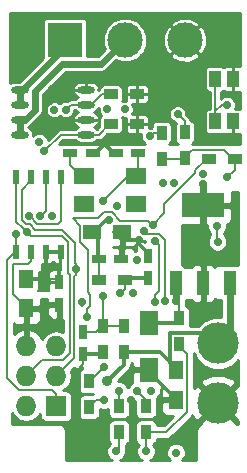
<source format=gbl>
G04 #@! TF.FileFunction,Copper,L4,Bot,Signal*
%FSLAX46Y46*%
G04 Gerber Fmt 4.6, Leading zero omitted, Abs format (unit mm)*
G04 Created by KiCad (PCBNEW 4.0.1-stable) date Monday, February 15, 2016 'PMt' 09:43:10 PM*
%MOMM*%
G01*
G04 APERTURE LIST*
%ADD10C,0.100000*%
%ADD11C,3.500120*%
%ADD12R,0.508000X1.143000*%
%ADD13R,1.200000X0.750000*%
%ADD14R,1.600000X2.000000*%
%ADD15R,0.900000X1.200000*%
%ADD16R,3.657600X2.032000*%
%ADD17R,1.016000X2.032000*%
%ADD18R,2.999740X2.999740*%
%ADD19C,2.999740*%
%ADD20O,1.473200X0.609600*%
%ADD21R,1.200000X0.900000*%
%ADD22R,1.050000X1.400000*%
%ADD23R,0.750000X1.200000*%
%ADD24R,1.800860X1.399540*%
%ADD25R,1.727200X1.727200*%
%ADD26O,1.727200X1.727200*%
%ADD27R,1.500000X1.250000*%
%ADD28R,1.250000X1.500000*%
%ADD29C,0.700000*%
%ADD30C,0.870000*%
%ADD31C,0.300000*%
%ADD32C,0.200000*%
%ADD33C,0.600000*%
%ADD34C,0.254000*%
%ADD35C,0.250000*%
G04 APERTURE END LIST*
D10*
D11*
X134366000Y-93726000D03*
X134366000Y-98806000D03*
D12*
X117284500Y-85979000D03*
X118554500Y-85979000D03*
X119824500Y-85979000D03*
X121094500Y-85979000D03*
X121094500Y-79629000D03*
X119824500Y-79629000D03*
X118554500Y-79629000D03*
X117284500Y-79629000D03*
D13*
X125730000Y-77597000D03*
X127630000Y-77597000D03*
X123759000Y-77597000D03*
X121859000Y-77597000D03*
D14*
X128524000Y-91980000D03*
X128524000Y-95980000D03*
D15*
X128270000Y-101260000D03*
X128270000Y-99060000D03*
X125984000Y-101260000D03*
X125984000Y-99060000D03*
X131064000Y-93810000D03*
X131064000Y-91610000D03*
D16*
X133096000Y-82042000D03*
D17*
X133096000Y-88646000D03*
X130810000Y-88646000D03*
X135382000Y-88646000D03*
D18*
X121412000Y-68072000D03*
D19*
X126492000Y-68072000D03*
X131572000Y-68072000D03*
D20*
X123190000Y-72263000D03*
X123190000Y-73533000D03*
X123190000Y-74803000D03*
X123190000Y-76073000D03*
X117602000Y-76073000D03*
X117602000Y-74803000D03*
X117602000Y-73533000D03*
X117602000Y-72263000D03*
D21*
X127508000Y-72644000D03*
X125308000Y-72644000D03*
X127508000Y-75184000D03*
X125308000Y-75184000D03*
D15*
X129603500Y-75905000D03*
X129603500Y-78105000D03*
X131572000Y-75882500D03*
X131572000Y-78082500D03*
D22*
X134149000Y-74952000D03*
X134149000Y-71352000D03*
X135599000Y-74952000D03*
X135599000Y-71352000D03*
D23*
X128397000Y-86299000D03*
X128397000Y-88199000D03*
D21*
X124249000Y-88392000D03*
X126449000Y-88392000D03*
D24*
X123022360Y-79573120D03*
X127421640Y-79573120D03*
X127421640Y-81970880D03*
X123022360Y-81970880D03*
D21*
X133563000Y-78105000D03*
X135763000Y-78105000D03*
D15*
X123444000Y-96944000D03*
X123444000Y-99144000D03*
D25*
X120650000Y-99060000D03*
D26*
X118110000Y-99060000D03*
X120650000Y-96520000D03*
X118110000Y-96520000D03*
X120650000Y-93980000D03*
X118110000Y-93980000D03*
D27*
X123738000Y-84328000D03*
X126238000Y-84328000D03*
D28*
X118110000Y-88285000D03*
X118110000Y-90785000D03*
D13*
X124272000Y-86614000D03*
X126172000Y-86614000D03*
D23*
X120904000Y-88582500D03*
X120904000Y-90482500D03*
D28*
X130810000Y-96032000D03*
X130810000Y-98532000D03*
D23*
X122936000Y-92776000D03*
X122936000Y-94676000D03*
D15*
X126365000Y-94445000D03*
X126365000Y-92245000D03*
X124587000Y-92245000D03*
X124587000Y-94445000D03*
D29*
X133096000Y-82042000D03*
X122863621Y-90227048D03*
X125835352Y-76432418D03*
X127658877Y-85003515D03*
X134302500Y-76517500D03*
X131953000Y-85344000D03*
X133096000Y-80264000D03*
D30*
X123190000Y-102425500D03*
D29*
X127000000Y-98552000D03*
X125730000Y-102870000D03*
X128270000Y-102870000D03*
X124606919Y-81721775D03*
X123022360Y-79573120D03*
X135128000Y-79692500D03*
X125107773Y-83305582D03*
X118110000Y-88285000D03*
X119231507Y-76665014D03*
X133096000Y-79363997D03*
X134323002Y-85140009D03*
X134288378Y-83805369D03*
X130810000Y-90170000D03*
X129674137Y-80191118D03*
X125984000Y-97790000D03*
X120509661Y-73972773D03*
X120283739Y-82986390D03*
X125843717Y-82072420D03*
X135128000Y-73533000D03*
X124972209Y-73907800D03*
X127202229Y-89486612D03*
X127471998Y-86719998D03*
X126492000Y-73914000D03*
X130601999Y-80170155D03*
X127508000Y-97790000D03*
X118403780Y-82975135D03*
X118196027Y-84335750D03*
X117294191Y-84490279D03*
X122302808Y-87469595D03*
D30*
X124998250Y-96940462D03*
D29*
X121475756Y-73958354D03*
X119634000Y-77470000D03*
X128583381Y-76207274D03*
X128994579Y-90205134D03*
X129032000Y-85090000D03*
X130952147Y-74314698D03*
X128100559Y-84219334D03*
X129894021Y-90173131D03*
X126103481Y-89465246D03*
X124714000Y-95758000D03*
X119327437Y-82986399D03*
X123234049Y-91524188D03*
X128826402Y-83687193D03*
X128677466Y-97739310D03*
X130810000Y-102997000D03*
X124714000Y-98552000D03*
X124645392Y-89714760D03*
D31*
X133096000Y-88646000D02*
X133096000Y-86487000D01*
X133096000Y-86487000D02*
X131953000Y-85344000D01*
D32*
X122936000Y-94676000D02*
X122936000Y-95476000D01*
X122936000Y-95476000D02*
X122693999Y-95718001D01*
X122755001Y-101990501D02*
X123190000Y-102425500D01*
X122693999Y-95718001D02*
X122693999Y-101929499D01*
X122693999Y-101929499D02*
X122755001Y-101990501D01*
X118554500Y-85979000D02*
X118554500Y-86750500D01*
X118554500Y-86750500D02*
X118310000Y-86995000D01*
X118310000Y-86995000D02*
X116967000Y-86995000D01*
X116967000Y-86995000D02*
X116967000Y-89517000D01*
X116967000Y-89517000D02*
X118110000Y-90660000D01*
X118110000Y-90660000D02*
X118110000Y-90785000D01*
D31*
X122936000Y-94676000D02*
X124356000Y-94676000D01*
X124356000Y-94676000D02*
X124587000Y-94445000D01*
X128524000Y-95980000D02*
X128524000Y-96180000D01*
X128524000Y-96180000D02*
X130810000Y-98466000D01*
X130810000Y-98466000D02*
X130810000Y-98532000D01*
X130810000Y-98532000D02*
X130810000Y-98407000D01*
X125459808Y-76807962D02*
X125485353Y-76782417D01*
X124758941Y-76807962D02*
X125459808Y-76807962D01*
X125485353Y-76782417D02*
X125835352Y-76432418D01*
X125730000Y-77597000D02*
X125505000Y-77597000D01*
X124758941Y-76850941D02*
X124758941Y-76807962D01*
X123759000Y-77597000D02*
X123984000Y-77597000D01*
X124758941Y-76822059D02*
X124758941Y-76807962D01*
X125505000Y-77597000D02*
X124758941Y-76850941D01*
X123984000Y-77597000D02*
X124758941Y-76822059D01*
X127658877Y-85335877D02*
X127658877Y-85003515D01*
X125583000Y-84328000D02*
X126258515Y-85003515D01*
X128397000Y-86299000D02*
X128397000Y-86074000D01*
X127163903Y-85003515D02*
X127658877Y-85003515D01*
X126258515Y-85003515D02*
X127163903Y-85003515D01*
X128397000Y-86074000D02*
X127658877Y-85335877D01*
D33*
X133096000Y-82042000D02*
X133096000Y-80264000D01*
X133096000Y-82042000D02*
X133096000Y-84201000D01*
D32*
X125984000Y-101260000D02*
X125984000Y-102616000D01*
X125984000Y-102616000D02*
X125730000Y-102870000D01*
X131064000Y-93810000D02*
X131064000Y-93960000D01*
X131064000Y-93960000D02*
X131735001Y-94631001D01*
X131735001Y-94631001D02*
X131735001Y-99522001D01*
X131735001Y-99522001D02*
X129997002Y-101260000D01*
X129997002Y-101260000D02*
X128920000Y-101260000D01*
X128920000Y-101260000D02*
X128270000Y-101260000D01*
D31*
X130810000Y-93640000D02*
X130810000Y-93790000D01*
D32*
X128270000Y-102870000D02*
X128270000Y-101260000D01*
X124606919Y-81721775D02*
X126755574Y-79573120D01*
X126755574Y-79573120D02*
X127421640Y-79573120D01*
X127630000Y-77597000D02*
X127630000Y-79364760D01*
X127630000Y-79364760D02*
X127421640Y-79573120D01*
X121859000Y-77597000D02*
X121859000Y-78610420D01*
X121859000Y-78610420D02*
X122821700Y-79573120D01*
X122821700Y-79573120D02*
X123022360Y-79573120D01*
X129603500Y-78105000D02*
X131549500Y-78105000D01*
X131549500Y-78105000D02*
X131572000Y-78082500D01*
X131572000Y-78082500D02*
X131572000Y-77932500D01*
X131572000Y-77932500D02*
X132149501Y-77354999D01*
X134862999Y-77354999D02*
X135613000Y-78105000D01*
X132149501Y-77354999D02*
X134862999Y-77354999D01*
X135613000Y-78105000D02*
X135763000Y-78105000D01*
X135763000Y-78105000D02*
X135763000Y-79057500D01*
X135763000Y-79057500D02*
X135128000Y-79692500D01*
D31*
X123738000Y-84328000D02*
X123863000Y-84328000D01*
X123863000Y-84328000D02*
X124885418Y-83305582D01*
X124885418Y-83305582D02*
X125107773Y-83305582D01*
D32*
X118110000Y-88285000D02*
X120606500Y-88285000D01*
X120606500Y-88285000D02*
X120904000Y-88582500D01*
X124249000Y-88392000D02*
X124249000Y-86637000D01*
X124249000Y-86637000D02*
X124272000Y-86614000D01*
D31*
X128524000Y-91980000D02*
X130694000Y-91980000D01*
X130694000Y-91980000D02*
X131064000Y-91610000D01*
D32*
X131064000Y-91610000D02*
X131064000Y-90424000D01*
X131064000Y-90424000D02*
X130810000Y-90170000D01*
D31*
X123738000Y-84328000D02*
X124229614Y-84819614D01*
X124229614Y-84819614D02*
X124229614Y-86571614D01*
X124229614Y-86571614D02*
X124272000Y-86614000D01*
D32*
X119824500Y-86296500D02*
X119824500Y-85979000D01*
X134288378Y-83805369D02*
X134288378Y-85105385D01*
X134288378Y-85105385D02*
X134323002Y-85140009D01*
D33*
X130810000Y-88646000D02*
X130810000Y-90170000D01*
D32*
X125984000Y-99060000D02*
X125984000Y-97790000D01*
X134149000Y-74952000D02*
X134149000Y-74052000D01*
X134149000Y-74052000D02*
X134668000Y-73533000D01*
X134668000Y-73533000D02*
X135128000Y-73533000D01*
X134149000Y-71352000D02*
X134149000Y-74952000D01*
X128270000Y-99060000D02*
X128270000Y-98552000D01*
X128270000Y-98552000D02*
X127508000Y-97790000D01*
X128270000Y-99060000D02*
X128270000Y-99210000D01*
X121094500Y-79629000D02*
X121094500Y-83393783D01*
X121094500Y-83393783D02*
X120851883Y-83636400D01*
X118753779Y-83325134D02*
X118403780Y-82975135D01*
X120851883Y-83636400D02*
X119015436Y-83636400D01*
X119015436Y-83636400D02*
X118753779Y-83374743D01*
X118753779Y-83374743D02*
X118753779Y-83325134D01*
X118110000Y-96520000D02*
X119486399Y-95143601D01*
X119486399Y-95143601D02*
X121208529Y-95143601D01*
X121208529Y-95143601D02*
X121813601Y-94538529D01*
X121813601Y-94538529D02*
X121813601Y-87942390D01*
X121813601Y-87942390D02*
X121652807Y-87781596D01*
X121652807Y-87781596D02*
X121652807Y-85171805D01*
X121652807Y-85171805D02*
X121166751Y-84685749D01*
X121166751Y-84685749D02*
X118546026Y-84685749D01*
X118546026Y-84685749D02*
X118196027Y-84335750D01*
X117284500Y-83424223D02*
X117846028Y-83985751D01*
X117846028Y-83985751D02*
X118196027Y-84335750D01*
X117284500Y-79629000D02*
X117284500Y-83424223D01*
X120650000Y-99060000D02*
X120650000Y-97996400D01*
X120650000Y-97996400D02*
X120337201Y-97683601D01*
X120337201Y-97683601D02*
X117551471Y-97683601D01*
X117551471Y-97683601D02*
X116506854Y-96638984D01*
X116506854Y-96638984D02*
X116506854Y-86689144D01*
X116506854Y-86689144D02*
X117216998Y-85979000D01*
X117216998Y-85979000D02*
X117284500Y-85979000D01*
X117284500Y-85979000D02*
X117284500Y-84499970D01*
X117284500Y-84499970D02*
X117294191Y-84490279D01*
X122302808Y-86974621D02*
X122302808Y-87469595D01*
X117753778Y-83287137D02*
X118131337Y-83664696D01*
X117753778Y-80747222D02*
X117753778Y-83287137D01*
X118131337Y-83664696D02*
X118444240Y-83664696D01*
X118444240Y-83664696D02*
X118894804Y-84115260D01*
X118554500Y-79946500D02*
X117753778Y-80747222D01*
X118554500Y-79629000D02*
X118554500Y-79946500D01*
X118894804Y-84115260D02*
X121183911Y-84115260D01*
X121183911Y-84115260D02*
X122287988Y-85219337D01*
X122287988Y-86959801D02*
X122302808Y-86974621D01*
X122287988Y-85219337D02*
X122287988Y-86959801D01*
X120650000Y-96520000D02*
X122213611Y-94956389D01*
X122213611Y-94956389D02*
X122213611Y-88053766D01*
X122213611Y-88053766D02*
X122302808Y-87964569D01*
X122302808Y-87964569D02*
X122302808Y-87469595D01*
D31*
X130810000Y-96032000D02*
X130810000Y-95907000D01*
X130263999Y-92929999D02*
X130333999Y-92859999D01*
X130810000Y-95907000D02*
X130263999Y-95360999D01*
X130263999Y-95360999D02*
X130263999Y-92929999D01*
X130333999Y-92859999D02*
X133499999Y-92859999D01*
X133499999Y-92859999D02*
X134366000Y-93726000D01*
D33*
X135382000Y-88646000D02*
X135382000Y-92710000D01*
X135382000Y-92710000D02*
X134366000Y-93726000D01*
D31*
X130810000Y-96032000D02*
X130810000Y-95835998D01*
X130810000Y-95835998D02*
X129419002Y-94445000D01*
X129419002Y-94445000D02*
X127115000Y-94445000D01*
X127115000Y-94445000D02*
X126365000Y-94445000D01*
X126365000Y-95345000D02*
X126365000Y-95573712D01*
X126365000Y-95573712D02*
X124998250Y-96940462D01*
X126365000Y-94445000D02*
X126365000Y-95345000D01*
D33*
X117602000Y-72263000D02*
X117763848Y-72263000D01*
X117763848Y-72263000D02*
X121412000Y-68614848D01*
X121412000Y-68614848D02*
X121412000Y-68072000D01*
X117602000Y-73533000D02*
X117602000Y-72263000D01*
X117602000Y-74803000D02*
X118021205Y-74803000D01*
X118872000Y-73952205D02*
X118872000Y-72390000D01*
X118872000Y-72390000D02*
X121190129Y-70071871D01*
X118021205Y-74803000D02*
X118872000Y-73952205D01*
X124492129Y-70071871D02*
X126492000Y-68072000D01*
X121190129Y-70071871D02*
X124492129Y-70071871D01*
X117602000Y-76073000D02*
X117602000Y-74803000D01*
D32*
X121901110Y-73533000D02*
X121825755Y-73608355D01*
X123190000Y-73533000D02*
X121901110Y-73533000D01*
X121825755Y-73608355D02*
X121475756Y-73958354D01*
X125308000Y-72644000D02*
X124508000Y-72644000D01*
X124508000Y-72644000D02*
X123619000Y-73533000D01*
X123619000Y-73533000D02*
X123190000Y-73533000D01*
X125308000Y-75184000D02*
X125158000Y-75184000D01*
X125158000Y-75184000D02*
X124269000Y-76073000D01*
X124269000Y-76073000D02*
X124126600Y-76073000D01*
X124126600Y-76073000D02*
X123190000Y-76073000D01*
X123190000Y-76073000D02*
X121031000Y-76073000D01*
X121031000Y-76073000D02*
X119634000Y-77470000D01*
X129603500Y-75905000D02*
X128882500Y-75905000D01*
X128882500Y-75905000D02*
X128524000Y-76263500D01*
X129381999Y-89273430D02*
X128994579Y-89660850D01*
X129032000Y-85090000D02*
X129381999Y-85439999D01*
X128994579Y-89660850D02*
X128994579Y-89710160D01*
X129381999Y-85439999D02*
X129381999Y-89273430D01*
X128994579Y-89710160D02*
X128994579Y-90205134D01*
X131572000Y-75882500D02*
X131572000Y-74934551D01*
X131572000Y-74934551D02*
X130952147Y-74314698D01*
X129344001Y-84439999D02*
X129894021Y-84990019D01*
X128321224Y-84439999D02*
X129344001Y-84439999D01*
X129894021Y-84990019D02*
X129894021Y-89678157D01*
X129894021Y-89678157D02*
X129894021Y-90173131D01*
X128100559Y-84219334D02*
X128321224Y-84439999D01*
X126449000Y-88392000D02*
X126449000Y-89119727D01*
X126449000Y-89119727D02*
X126103481Y-89465246D01*
D31*
X128397000Y-88199000D02*
X126642000Y-88199000D01*
X126642000Y-88199000D02*
X126449000Y-88392000D01*
D32*
X123444000Y-96944000D02*
X123528000Y-96944000D01*
X123528000Y-96944000D02*
X124714000Y-95758000D01*
X119824500Y-82489336D02*
X119677436Y-82636400D01*
X119824500Y-79629000D02*
X119824500Y-82489336D01*
X119677436Y-82636400D02*
X119327437Y-82986399D01*
X133413000Y-78105000D02*
X133563000Y-78105000D01*
X129787989Y-82725606D02*
X129787989Y-81965209D01*
X128826402Y-83687193D02*
X129787989Y-82725606D01*
X129787989Y-81965209D02*
X132445999Y-79307199D01*
X132445999Y-79072001D02*
X133413000Y-78105000D01*
X132445999Y-79307199D02*
X132445999Y-79072001D01*
X126101389Y-83337194D02*
X128476403Y-83337194D01*
X123234049Y-90818622D02*
X123513622Y-90539049D01*
X122687999Y-85193001D02*
X122687999Y-83776721D01*
X124714847Y-82655580D02*
X125419775Y-82655580D01*
X123315696Y-85820698D02*
X122687999Y-85193001D01*
X123234049Y-91524188D02*
X123234049Y-90818622D01*
X123315696Y-89408000D02*
X123315696Y-85820698D01*
X123513622Y-90539049D02*
X123513622Y-89605926D01*
X124234705Y-83135722D02*
X124714847Y-82655580D01*
X125419775Y-82655580D02*
X126101389Y-83337194D01*
X128476403Y-83337194D02*
X128826402Y-83687193D01*
X122047000Y-83135722D02*
X124234705Y-83135722D01*
X122687999Y-83776721D02*
X122047000Y-83135722D01*
X123513622Y-89605926D02*
X123315696Y-89408000D01*
X124714000Y-98552000D02*
X124036000Y-98552000D01*
X124036000Y-98552000D02*
X123444000Y-99144000D01*
X124587000Y-92245000D02*
X124587000Y-89773152D01*
X124587000Y-89773152D02*
X124645392Y-89714760D01*
X124587000Y-92245000D02*
X126365000Y-92245000D01*
X124587000Y-92245000D02*
X124587000Y-92075000D01*
X122936000Y-92776000D02*
X124056000Y-92776000D01*
X124056000Y-92776000D02*
X124587000Y-92245000D01*
D34*
G36*
X122808998Y-95896217D02*
X122654887Y-95995385D01*
X122545973Y-96154785D01*
X122507656Y-96344000D01*
X122507656Y-97544000D01*
X122540917Y-97720765D01*
X122645385Y-97883113D01*
X122804785Y-97992027D01*
X122994000Y-98030344D01*
X123798097Y-98030344D01*
X123757222Y-98057656D01*
X122994000Y-98057656D01*
X122817235Y-98090917D01*
X122654887Y-98195385D01*
X122545973Y-98354785D01*
X122507656Y-98544000D01*
X122507656Y-99744000D01*
X122540917Y-99920765D01*
X122645385Y-100083113D01*
X122804785Y-100192027D01*
X122994000Y-100230344D01*
X123894000Y-100230344D01*
X124070765Y-100197083D01*
X124233113Y-100092615D01*
X124342027Y-99933215D01*
X124380344Y-99744000D01*
X124380344Y-99308916D01*
X124548778Y-99378856D01*
X124877779Y-99379143D01*
X125047656Y-99308951D01*
X125047656Y-99660000D01*
X125080917Y-99836765D01*
X125185385Y-99999113D01*
X125344785Y-100108027D01*
X125534000Y-100146344D01*
X126434000Y-100146344D01*
X126610765Y-100113083D01*
X126773113Y-100008615D01*
X126882027Y-99849215D01*
X126920344Y-99660000D01*
X126920344Y-98460000D01*
X126899915Y-98351429D01*
X127038930Y-98490688D01*
X127333656Y-98613068D01*
X127333656Y-99660000D01*
X127366917Y-99836765D01*
X127471385Y-99999113D01*
X127630785Y-100108027D01*
X127820000Y-100146344D01*
X128720000Y-100146344D01*
X128896765Y-100113083D01*
X129059113Y-100008615D01*
X129168027Y-99849215D01*
X129206344Y-99660000D01*
X129206344Y-98460000D01*
X129193654Y-98392558D01*
X129378154Y-98208380D01*
X129504322Y-97904532D01*
X129504594Y-97592515D01*
X129590992Y-97556728D01*
X129550000Y-97655691D01*
X129550000Y-98246250D01*
X129708750Y-98405000D01*
X130683000Y-98405000D01*
X130683000Y-98385000D01*
X130937000Y-98385000D01*
X130937000Y-98405000D01*
X130957000Y-98405000D01*
X130957000Y-98659000D01*
X130937000Y-98659000D01*
X130937000Y-98679000D01*
X130683000Y-98679000D01*
X130683000Y-98659000D01*
X129708750Y-98659000D01*
X129550000Y-98817750D01*
X129550000Y-99408309D01*
X129646673Y-99641698D01*
X129825301Y-99820327D01*
X130058690Y-99917000D01*
X130524001Y-99917000D01*
X129758000Y-100683000D01*
X129206344Y-100683000D01*
X129206344Y-100660000D01*
X129173083Y-100483235D01*
X129068615Y-100320887D01*
X128909215Y-100211973D01*
X128720000Y-100173656D01*
X127820000Y-100173656D01*
X127643235Y-100206917D01*
X127480887Y-100311385D01*
X127371973Y-100470785D01*
X127333656Y-100660000D01*
X127333656Y-101860000D01*
X127366917Y-102036765D01*
X127471385Y-102199113D01*
X127630785Y-102308027D01*
X127657050Y-102313346D01*
X127569312Y-102400930D01*
X127443144Y-102704778D01*
X127442857Y-103033779D01*
X127568495Y-103337846D01*
X127800930Y-103570688D01*
X127948587Y-103632000D01*
X126051437Y-103632000D01*
X126197846Y-103571505D01*
X126430688Y-103339070D01*
X126556856Y-103035222D01*
X126557143Y-102706221D01*
X126547632Y-102683203D01*
X126561000Y-102616000D01*
X126561000Y-102322447D01*
X126610765Y-102313083D01*
X126773113Y-102208615D01*
X126882027Y-102049215D01*
X126920344Y-101860000D01*
X126920344Y-100660000D01*
X126887083Y-100483235D01*
X126782615Y-100320887D01*
X126623215Y-100211973D01*
X126434000Y-100173656D01*
X125534000Y-100173656D01*
X125357235Y-100206917D01*
X125194887Y-100311385D01*
X125085973Y-100470785D01*
X125047656Y-100660000D01*
X125047656Y-101860000D01*
X125080917Y-102036765D01*
X125185385Y-102199113D01*
X125212751Y-102217812D01*
X125029312Y-102400930D01*
X124903144Y-102704778D01*
X124902857Y-103033779D01*
X125028495Y-103337846D01*
X125260930Y-103570688D01*
X125408587Y-103632000D01*
X121456000Y-103632000D01*
X121456000Y-101092000D01*
X121413982Y-100880759D01*
X121294323Y-100701677D01*
X121115241Y-100582018D01*
X120904000Y-100540000D01*
X116884000Y-100540000D01*
X116884000Y-99631119D01*
X117135789Y-100007947D01*
X117570711Y-100298553D01*
X118083736Y-100400600D01*
X118136264Y-100400600D01*
X118649289Y-100298553D01*
X119084211Y-100007947D01*
X119300056Y-99684913D01*
X119300056Y-99923600D01*
X119333317Y-100100365D01*
X119437785Y-100262713D01*
X119597185Y-100371627D01*
X119786400Y-100409944D01*
X121513600Y-100409944D01*
X121690365Y-100376683D01*
X121852713Y-100272215D01*
X121961627Y-100112815D01*
X121999944Y-99923600D01*
X121999944Y-98196400D01*
X121966683Y-98019635D01*
X121862215Y-97857287D01*
X121702815Y-97748373D01*
X121513600Y-97710056D01*
X121261870Y-97710056D01*
X121624211Y-97467947D01*
X121914817Y-97033025D01*
X122016864Y-96520000D01*
X121925470Y-96060532D01*
X122186488Y-95799514D01*
X122201301Y-95814327D01*
X122434690Y-95911000D01*
X122650250Y-95911000D01*
X122808998Y-95752252D01*
X122808998Y-95896217D01*
X122808998Y-95896217D01*
G37*
X122808998Y-95896217D02*
X122654887Y-95995385D01*
X122545973Y-96154785D01*
X122507656Y-96344000D01*
X122507656Y-97544000D01*
X122540917Y-97720765D01*
X122645385Y-97883113D01*
X122804785Y-97992027D01*
X122994000Y-98030344D01*
X123798097Y-98030344D01*
X123757222Y-98057656D01*
X122994000Y-98057656D01*
X122817235Y-98090917D01*
X122654887Y-98195385D01*
X122545973Y-98354785D01*
X122507656Y-98544000D01*
X122507656Y-99744000D01*
X122540917Y-99920765D01*
X122645385Y-100083113D01*
X122804785Y-100192027D01*
X122994000Y-100230344D01*
X123894000Y-100230344D01*
X124070765Y-100197083D01*
X124233113Y-100092615D01*
X124342027Y-99933215D01*
X124380344Y-99744000D01*
X124380344Y-99308916D01*
X124548778Y-99378856D01*
X124877779Y-99379143D01*
X125047656Y-99308951D01*
X125047656Y-99660000D01*
X125080917Y-99836765D01*
X125185385Y-99999113D01*
X125344785Y-100108027D01*
X125534000Y-100146344D01*
X126434000Y-100146344D01*
X126610765Y-100113083D01*
X126773113Y-100008615D01*
X126882027Y-99849215D01*
X126920344Y-99660000D01*
X126920344Y-98460000D01*
X126899915Y-98351429D01*
X127038930Y-98490688D01*
X127333656Y-98613068D01*
X127333656Y-99660000D01*
X127366917Y-99836765D01*
X127471385Y-99999113D01*
X127630785Y-100108027D01*
X127820000Y-100146344D01*
X128720000Y-100146344D01*
X128896765Y-100113083D01*
X129059113Y-100008615D01*
X129168027Y-99849215D01*
X129206344Y-99660000D01*
X129206344Y-98460000D01*
X129193654Y-98392558D01*
X129378154Y-98208380D01*
X129504322Y-97904532D01*
X129504594Y-97592515D01*
X129590992Y-97556728D01*
X129550000Y-97655691D01*
X129550000Y-98246250D01*
X129708750Y-98405000D01*
X130683000Y-98405000D01*
X130683000Y-98385000D01*
X130937000Y-98385000D01*
X130937000Y-98405000D01*
X130957000Y-98405000D01*
X130957000Y-98659000D01*
X130937000Y-98659000D01*
X130937000Y-98679000D01*
X130683000Y-98679000D01*
X130683000Y-98659000D01*
X129708750Y-98659000D01*
X129550000Y-98817750D01*
X129550000Y-99408309D01*
X129646673Y-99641698D01*
X129825301Y-99820327D01*
X130058690Y-99917000D01*
X130524001Y-99917000D01*
X129758000Y-100683000D01*
X129206344Y-100683000D01*
X129206344Y-100660000D01*
X129173083Y-100483235D01*
X129068615Y-100320887D01*
X128909215Y-100211973D01*
X128720000Y-100173656D01*
X127820000Y-100173656D01*
X127643235Y-100206917D01*
X127480887Y-100311385D01*
X127371973Y-100470785D01*
X127333656Y-100660000D01*
X127333656Y-101860000D01*
X127366917Y-102036765D01*
X127471385Y-102199113D01*
X127630785Y-102308027D01*
X127657050Y-102313346D01*
X127569312Y-102400930D01*
X127443144Y-102704778D01*
X127442857Y-103033779D01*
X127568495Y-103337846D01*
X127800930Y-103570688D01*
X127948587Y-103632000D01*
X126051437Y-103632000D01*
X126197846Y-103571505D01*
X126430688Y-103339070D01*
X126556856Y-103035222D01*
X126557143Y-102706221D01*
X126547632Y-102683203D01*
X126561000Y-102616000D01*
X126561000Y-102322447D01*
X126610765Y-102313083D01*
X126773113Y-102208615D01*
X126882027Y-102049215D01*
X126920344Y-101860000D01*
X126920344Y-100660000D01*
X126887083Y-100483235D01*
X126782615Y-100320887D01*
X126623215Y-100211973D01*
X126434000Y-100173656D01*
X125534000Y-100173656D01*
X125357235Y-100206917D01*
X125194887Y-100311385D01*
X125085973Y-100470785D01*
X125047656Y-100660000D01*
X125047656Y-101860000D01*
X125080917Y-102036765D01*
X125185385Y-102199113D01*
X125212751Y-102217812D01*
X125029312Y-102400930D01*
X124903144Y-102704778D01*
X124902857Y-103033779D01*
X125028495Y-103337846D01*
X125260930Y-103570688D01*
X125408587Y-103632000D01*
X121456000Y-103632000D01*
X121456000Y-101092000D01*
X121413982Y-100880759D01*
X121294323Y-100701677D01*
X121115241Y-100582018D01*
X120904000Y-100540000D01*
X116884000Y-100540000D01*
X116884000Y-99631119D01*
X117135789Y-100007947D01*
X117570711Y-100298553D01*
X118083736Y-100400600D01*
X118136264Y-100400600D01*
X118649289Y-100298553D01*
X119084211Y-100007947D01*
X119300056Y-99684913D01*
X119300056Y-99923600D01*
X119333317Y-100100365D01*
X119437785Y-100262713D01*
X119597185Y-100371627D01*
X119786400Y-100409944D01*
X121513600Y-100409944D01*
X121690365Y-100376683D01*
X121852713Y-100272215D01*
X121961627Y-100112815D01*
X121999944Y-99923600D01*
X121999944Y-98196400D01*
X121966683Y-98019635D01*
X121862215Y-97857287D01*
X121702815Y-97748373D01*
X121513600Y-97710056D01*
X121261870Y-97710056D01*
X121624211Y-97467947D01*
X121914817Y-97033025D01*
X122016864Y-96520000D01*
X121925470Y-96060532D01*
X122186488Y-95799514D01*
X122201301Y-95814327D01*
X122434690Y-95911000D01*
X122650250Y-95911000D01*
X122808998Y-95752252D01*
X122808998Y-95896217D01*
G36*
X132476889Y-94985880D02*
X133102825Y-95612909D01*
X133921067Y-95952673D01*
X134807046Y-95953446D01*
X135625880Y-95615111D01*
X136100000Y-95141817D01*
X136100000Y-97312798D01*
X136060571Y-97291034D01*
X134545605Y-98806000D01*
X136060571Y-100320966D01*
X136100000Y-100299202D01*
X136100000Y-100540000D01*
X135859202Y-100540000D01*
X135880966Y-100500571D01*
X134366000Y-98985605D01*
X132851034Y-100500571D01*
X132894880Y-100580005D01*
X132884759Y-100582018D01*
X132705677Y-100701677D01*
X132586018Y-100880759D01*
X132544000Y-101092000D01*
X132544000Y-103632000D01*
X131344467Y-103632000D01*
X131510688Y-103466070D01*
X131636856Y-103162222D01*
X131637143Y-102833221D01*
X131511505Y-102529154D01*
X131279070Y-102296312D01*
X130975222Y-102170144D01*
X130646221Y-102169857D01*
X130342154Y-102295495D01*
X130109312Y-102527930D01*
X129983144Y-102831778D01*
X129982857Y-103160779D01*
X130108495Y-103464846D01*
X130275357Y-103632000D01*
X128591437Y-103632000D01*
X128737846Y-103571505D01*
X128970688Y-103339070D01*
X129096856Y-103035222D01*
X129097143Y-102706221D01*
X128971505Y-102402154D01*
X128884831Y-102315329D01*
X128896765Y-102313083D01*
X129059113Y-102208615D01*
X129168027Y-102049215D01*
X129206344Y-101860000D01*
X129206344Y-101837000D01*
X129996997Y-101837000D01*
X129997002Y-101837001D01*
X130217810Y-101793078D01*
X130405003Y-101668001D01*
X132142999Y-99930004D01*
X132143002Y-99930002D01*
X132205078Y-99837097D01*
X132326681Y-100130672D01*
X132671429Y-100320966D01*
X134186395Y-98806000D01*
X132671429Y-97291034D01*
X132326681Y-97481328D01*
X132312001Y-97518112D01*
X132312001Y-97111429D01*
X132851034Y-97111429D01*
X134366000Y-98626395D01*
X135880966Y-97111429D01*
X135690672Y-96766681D01*
X134809424Y-96414985D01*
X133860668Y-96427299D01*
X133041328Y-96766681D01*
X132851034Y-97111429D01*
X132312001Y-97111429D01*
X132312001Y-94631006D01*
X132312002Y-94631001D01*
X132295056Y-94545810D01*
X132476889Y-94985880D01*
X132476889Y-94985880D01*
G37*
X132476889Y-94985880D02*
X133102825Y-95612909D01*
X133921067Y-95952673D01*
X134807046Y-95953446D01*
X135625880Y-95615111D01*
X136100000Y-95141817D01*
X136100000Y-97312798D01*
X136060571Y-97291034D01*
X134545605Y-98806000D01*
X136060571Y-100320966D01*
X136100000Y-100299202D01*
X136100000Y-100540000D01*
X135859202Y-100540000D01*
X135880966Y-100500571D01*
X134366000Y-98985605D01*
X132851034Y-100500571D01*
X132894880Y-100580005D01*
X132884759Y-100582018D01*
X132705677Y-100701677D01*
X132586018Y-100880759D01*
X132544000Y-101092000D01*
X132544000Y-103632000D01*
X131344467Y-103632000D01*
X131510688Y-103466070D01*
X131636856Y-103162222D01*
X131637143Y-102833221D01*
X131511505Y-102529154D01*
X131279070Y-102296312D01*
X130975222Y-102170144D01*
X130646221Y-102169857D01*
X130342154Y-102295495D01*
X130109312Y-102527930D01*
X129983144Y-102831778D01*
X129982857Y-103160779D01*
X130108495Y-103464846D01*
X130275357Y-103632000D01*
X128591437Y-103632000D01*
X128737846Y-103571505D01*
X128970688Y-103339070D01*
X129096856Y-103035222D01*
X129097143Y-102706221D01*
X128971505Y-102402154D01*
X128884831Y-102315329D01*
X128896765Y-102313083D01*
X129059113Y-102208615D01*
X129168027Y-102049215D01*
X129206344Y-101860000D01*
X129206344Y-101837000D01*
X129996997Y-101837000D01*
X129997002Y-101837001D01*
X130217810Y-101793078D01*
X130405003Y-101668001D01*
X132142999Y-99930004D01*
X132143002Y-99930002D01*
X132205078Y-99837097D01*
X132326681Y-100130672D01*
X132671429Y-100320966D01*
X134186395Y-98806000D01*
X132671429Y-97291034D01*
X132326681Y-97481328D01*
X132312001Y-97518112D01*
X132312001Y-97111429D01*
X132851034Y-97111429D01*
X134366000Y-98626395D01*
X135880966Y-97111429D01*
X135690672Y-96766681D01*
X134809424Y-96414985D01*
X133860668Y-96427299D01*
X133041328Y-96766681D01*
X132851034Y-97111429D01*
X132312001Y-97111429D01*
X132312001Y-94631006D01*
X132312002Y-94631001D01*
X132295056Y-94545810D01*
X132476889Y-94985880D01*
G36*
X127089000Y-95694250D02*
X127247750Y-95853000D01*
X128397000Y-95853000D01*
X128397000Y-95833000D01*
X128651000Y-95833000D01*
X128651000Y-95853000D01*
X128671000Y-95853000D01*
X128671000Y-96107000D01*
X128651000Y-96107000D01*
X128651000Y-96127000D01*
X128397000Y-96127000D01*
X128397000Y-96107000D01*
X127247750Y-96107000D01*
X127089000Y-96265750D01*
X127089000Y-97068312D01*
X127040154Y-97088495D01*
X126807312Y-97320930D01*
X126746005Y-97468575D01*
X126685505Y-97322154D01*
X126453070Y-97089312D01*
X126149222Y-96963144D01*
X125910231Y-96962936D01*
X125910272Y-96915152D01*
X126808356Y-96017068D01*
X126870360Y-95924272D01*
X126944272Y-95813655D01*
X126992000Y-95573712D01*
X126992000Y-95497932D01*
X127089000Y-95435514D01*
X127089000Y-95694250D01*
X127089000Y-95694250D01*
G37*
X127089000Y-95694250D02*
X127247750Y-95853000D01*
X128397000Y-95853000D01*
X128397000Y-95833000D01*
X128651000Y-95833000D01*
X128651000Y-95853000D01*
X128671000Y-95853000D01*
X128671000Y-96107000D01*
X128651000Y-96107000D01*
X128651000Y-96127000D01*
X128397000Y-96127000D01*
X128397000Y-96107000D01*
X127247750Y-96107000D01*
X127089000Y-96265750D01*
X127089000Y-97068312D01*
X127040154Y-97088495D01*
X126807312Y-97320930D01*
X126746005Y-97468575D01*
X126685505Y-97322154D01*
X126453070Y-97089312D01*
X126149222Y-96963144D01*
X125910231Y-96962936D01*
X125910272Y-96915152D01*
X126808356Y-96017068D01*
X126870360Y-95924272D01*
X126944272Y-95813655D01*
X126992000Y-95573712D01*
X126992000Y-95497932D01*
X127089000Y-95435514D01*
X127089000Y-95694250D01*
G36*
X123063000Y-94549000D02*
X123083000Y-94549000D01*
X123083000Y-94803000D01*
X123063000Y-94803000D01*
X123063000Y-94823000D01*
X122809000Y-94823000D01*
X122809000Y-94803000D01*
X122790611Y-94803000D01*
X122790611Y-94549000D01*
X122809000Y-94549000D01*
X122809000Y-94529000D01*
X123063000Y-94529000D01*
X123063000Y-94549000D01*
X123063000Y-94549000D01*
G37*
X123063000Y-94549000D02*
X123083000Y-94549000D01*
X123083000Y-94803000D01*
X123063000Y-94803000D01*
X123063000Y-94823000D01*
X122809000Y-94823000D01*
X122809000Y-94803000D01*
X122790611Y-94803000D01*
X122790611Y-94549000D01*
X122809000Y-94549000D01*
X122809000Y-94529000D01*
X123063000Y-94529000D01*
X123063000Y-94549000D01*
G36*
X124714000Y-94318000D02*
X124734000Y-94318000D01*
X124734000Y-94572000D01*
X124714000Y-94572000D01*
X124714000Y-94592000D01*
X124460000Y-94592000D01*
X124460000Y-94572000D01*
X124440000Y-94572000D01*
X124440000Y-94318000D01*
X124460000Y-94318000D01*
X124460000Y-94298000D01*
X124714000Y-94298000D01*
X124714000Y-94318000D01*
X124714000Y-94318000D01*
G37*
X124714000Y-94318000D02*
X124734000Y-94318000D01*
X124734000Y-94572000D01*
X124714000Y-94572000D01*
X124714000Y-94592000D01*
X124460000Y-94592000D01*
X124460000Y-94572000D01*
X124440000Y-94572000D01*
X124440000Y-94318000D01*
X124460000Y-94318000D01*
X124460000Y-94298000D01*
X124714000Y-94298000D01*
X124714000Y-94318000D01*
G36*
X119894000Y-89944500D02*
X119894000Y-90196750D01*
X120052750Y-90355500D01*
X120777000Y-90355500D01*
X120777000Y-90335500D01*
X121031000Y-90335500D01*
X121031000Y-90355500D01*
X121051000Y-90355500D01*
X121051000Y-90609500D01*
X121031000Y-90609500D01*
X121031000Y-91558750D01*
X121189750Y-91717500D01*
X121236601Y-91717500D01*
X121236601Y-92773060D01*
X121189289Y-92741447D01*
X120676264Y-92639400D01*
X120623736Y-92639400D01*
X120110711Y-92741447D01*
X119675789Y-93032053D01*
X119456787Y-93359812D01*
X119392688Y-93205053D01*
X118998490Y-92773179D01*
X118469027Y-92525032D01*
X118237000Y-92645531D01*
X118237000Y-93853000D01*
X118257000Y-93853000D01*
X118257000Y-94107000D01*
X118237000Y-94107000D01*
X118237000Y-94127000D01*
X117983000Y-94127000D01*
X117983000Y-94107000D01*
X117963000Y-94107000D01*
X117963000Y-93853000D01*
X117983000Y-93853000D01*
X117983000Y-92645531D01*
X117750973Y-92525032D01*
X117221510Y-92773179D01*
X117083854Y-92923992D01*
X117083854Y-92031880D01*
X117125301Y-92073327D01*
X117358690Y-92170000D01*
X117824250Y-92170000D01*
X117983000Y-92011250D01*
X117983000Y-90912000D01*
X118237000Y-90912000D01*
X118237000Y-92011250D01*
X118395750Y-92170000D01*
X118861310Y-92170000D01*
X119094699Y-92073327D01*
X119273327Y-91894698D01*
X119370000Y-91661309D01*
X119370000Y-91070750D01*
X119211250Y-90912000D01*
X118237000Y-90912000D01*
X117983000Y-90912000D01*
X117963000Y-90912000D01*
X117963000Y-90768250D01*
X119894000Y-90768250D01*
X119894000Y-91208809D01*
X119990673Y-91442198D01*
X120169301Y-91620827D01*
X120402690Y-91717500D01*
X120618250Y-91717500D01*
X120777000Y-91558750D01*
X120777000Y-90609500D01*
X120052750Y-90609500D01*
X119894000Y-90768250D01*
X117963000Y-90768250D01*
X117963000Y-90658000D01*
X117983000Y-90658000D01*
X117983000Y-90638000D01*
X118237000Y-90638000D01*
X118237000Y-90658000D01*
X119211250Y-90658000D01*
X119370000Y-90499250D01*
X119370000Y-89940308D01*
X119894000Y-89944500D01*
X119894000Y-89944500D01*
G37*
X119894000Y-89944500D02*
X119894000Y-90196750D01*
X120052750Y-90355500D01*
X120777000Y-90355500D01*
X120777000Y-90335500D01*
X121031000Y-90335500D01*
X121031000Y-90355500D01*
X121051000Y-90355500D01*
X121051000Y-90609500D01*
X121031000Y-90609500D01*
X121031000Y-91558750D01*
X121189750Y-91717500D01*
X121236601Y-91717500D01*
X121236601Y-92773060D01*
X121189289Y-92741447D01*
X120676264Y-92639400D01*
X120623736Y-92639400D01*
X120110711Y-92741447D01*
X119675789Y-93032053D01*
X119456787Y-93359812D01*
X119392688Y-93205053D01*
X118998490Y-92773179D01*
X118469027Y-92525032D01*
X118237000Y-92645531D01*
X118237000Y-93853000D01*
X118257000Y-93853000D01*
X118257000Y-94107000D01*
X118237000Y-94107000D01*
X118237000Y-94127000D01*
X117983000Y-94127000D01*
X117983000Y-94107000D01*
X117963000Y-94107000D01*
X117963000Y-93853000D01*
X117983000Y-93853000D01*
X117983000Y-92645531D01*
X117750973Y-92525032D01*
X117221510Y-92773179D01*
X117083854Y-92923992D01*
X117083854Y-92031880D01*
X117125301Y-92073327D01*
X117358690Y-92170000D01*
X117824250Y-92170000D01*
X117983000Y-92011250D01*
X117983000Y-90912000D01*
X118237000Y-90912000D01*
X118237000Y-92011250D01*
X118395750Y-92170000D01*
X118861310Y-92170000D01*
X119094699Y-92073327D01*
X119273327Y-91894698D01*
X119370000Y-91661309D01*
X119370000Y-91070750D01*
X119211250Y-90912000D01*
X118237000Y-90912000D01*
X117983000Y-90912000D01*
X117963000Y-90912000D01*
X117963000Y-90768250D01*
X119894000Y-90768250D01*
X119894000Y-91208809D01*
X119990673Y-91442198D01*
X120169301Y-91620827D01*
X120402690Y-91717500D01*
X120618250Y-91717500D01*
X120777000Y-91558750D01*
X120777000Y-90609500D01*
X120052750Y-90609500D01*
X119894000Y-90768250D01*
X117963000Y-90768250D01*
X117963000Y-90658000D01*
X117983000Y-90658000D01*
X117983000Y-90638000D01*
X118237000Y-90638000D01*
X118237000Y-90658000D01*
X119211250Y-90658000D01*
X119370000Y-90499250D01*
X119370000Y-89940308D01*
X119894000Y-89944500D01*
G36*
X136100000Y-87122000D02*
X134239000Y-87122000D01*
X134189590Y-87132006D01*
X134147965Y-87160447D01*
X134120685Y-87202841D01*
X134113429Y-87241403D01*
X133963698Y-87091673D01*
X133730309Y-86995000D01*
X133381750Y-86995000D01*
X133223000Y-87153750D01*
X133223000Y-88519000D01*
X133243000Y-88519000D01*
X133243000Y-88773000D01*
X133223000Y-88773000D01*
X133223000Y-90138250D01*
X133381750Y-90297000D01*
X133730309Y-90297000D01*
X133963698Y-90200327D01*
X134142327Y-90021699D01*
X134149173Y-90005171D01*
X134150447Y-90007035D01*
X134192841Y-90034315D01*
X134239000Y-90043000D01*
X134586688Y-90043000D01*
X134605000Y-90055512D01*
X134605000Y-91499147D01*
X133924954Y-91498554D01*
X133106120Y-91836889D01*
X132709318Y-92232999D01*
X131995687Y-92232999D01*
X132000344Y-92210000D01*
X132000344Y-91010000D01*
X131967083Y-90833235D01*
X131862615Y-90670887D01*
X131703215Y-90561973D01*
X131641000Y-90549374D01*
X131641000Y-90424000D01*
X131627718Y-90357229D01*
X131636856Y-90335222D01*
X131637115Y-90038445D01*
X132069881Y-90041907D01*
X132228302Y-90200327D01*
X132461691Y-90297000D01*
X132810250Y-90297000D01*
X132969000Y-90138250D01*
X132969000Y-88773000D01*
X132949000Y-88773000D01*
X132949000Y-88519000D01*
X132969000Y-88519000D01*
X132969000Y-87153750D01*
X132810250Y-86995000D01*
X132461691Y-86995000D01*
X132228302Y-87091673D01*
X132070974Y-87249000D01*
X131605312Y-87249000D01*
X131507215Y-87181973D01*
X131318000Y-87143656D01*
X131318000Y-83693000D01*
X132810250Y-83693000D01*
X132969000Y-83534250D01*
X132969000Y-82169000D01*
X133223000Y-82169000D01*
X133223000Y-83534250D01*
X133381750Y-83693000D01*
X133461476Y-83693000D01*
X133461235Y-83969148D01*
X133586873Y-84273215D01*
X133711378Y-84397938D01*
X133711378Y-84582031D01*
X133622314Y-84670939D01*
X133496146Y-84974787D01*
X133495859Y-85303788D01*
X133621497Y-85607855D01*
X133853932Y-85840697D01*
X134157780Y-85966865D01*
X134486781Y-85967152D01*
X134790848Y-85841514D01*
X135023690Y-85609079D01*
X135149858Y-85305231D01*
X135150145Y-84976230D01*
X135024507Y-84672163D01*
X134865378Y-84512755D01*
X134865378Y-84397911D01*
X134989066Y-84274439D01*
X135115234Y-83970591D01*
X135115499Y-83666329D01*
X135284498Y-83596327D01*
X135463127Y-83417699D01*
X135559800Y-83184310D01*
X135559800Y-82327750D01*
X135401050Y-82169000D01*
X133223000Y-82169000D01*
X132969000Y-82169000D01*
X132949000Y-82169000D01*
X132949000Y-81915000D01*
X132969000Y-81915000D01*
X132969000Y-81895000D01*
X133223000Y-81895000D01*
X133223000Y-81915000D01*
X135401050Y-81915000D01*
X135559800Y-81756250D01*
X135559800Y-80899690D01*
X135559514Y-80899000D01*
X136100000Y-80899000D01*
X136100000Y-87122000D01*
X136100000Y-87122000D01*
G37*
X136100000Y-87122000D02*
X134239000Y-87122000D01*
X134189590Y-87132006D01*
X134147965Y-87160447D01*
X134120685Y-87202841D01*
X134113429Y-87241403D01*
X133963698Y-87091673D01*
X133730309Y-86995000D01*
X133381750Y-86995000D01*
X133223000Y-87153750D01*
X133223000Y-88519000D01*
X133243000Y-88519000D01*
X133243000Y-88773000D01*
X133223000Y-88773000D01*
X133223000Y-90138250D01*
X133381750Y-90297000D01*
X133730309Y-90297000D01*
X133963698Y-90200327D01*
X134142327Y-90021699D01*
X134149173Y-90005171D01*
X134150447Y-90007035D01*
X134192841Y-90034315D01*
X134239000Y-90043000D01*
X134586688Y-90043000D01*
X134605000Y-90055512D01*
X134605000Y-91499147D01*
X133924954Y-91498554D01*
X133106120Y-91836889D01*
X132709318Y-92232999D01*
X131995687Y-92232999D01*
X132000344Y-92210000D01*
X132000344Y-91010000D01*
X131967083Y-90833235D01*
X131862615Y-90670887D01*
X131703215Y-90561973D01*
X131641000Y-90549374D01*
X131641000Y-90424000D01*
X131627718Y-90357229D01*
X131636856Y-90335222D01*
X131637115Y-90038445D01*
X132069881Y-90041907D01*
X132228302Y-90200327D01*
X132461691Y-90297000D01*
X132810250Y-90297000D01*
X132969000Y-90138250D01*
X132969000Y-88773000D01*
X132949000Y-88773000D01*
X132949000Y-88519000D01*
X132969000Y-88519000D01*
X132969000Y-87153750D01*
X132810250Y-86995000D01*
X132461691Y-86995000D01*
X132228302Y-87091673D01*
X132070974Y-87249000D01*
X131605312Y-87249000D01*
X131507215Y-87181973D01*
X131318000Y-87143656D01*
X131318000Y-83693000D01*
X132810250Y-83693000D01*
X132969000Y-83534250D01*
X132969000Y-82169000D01*
X133223000Y-82169000D01*
X133223000Y-83534250D01*
X133381750Y-83693000D01*
X133461476Y-83693000D01*
X133461235Y-83969148D01*
X133586873Y-84273215D01*
X133711378Y-84397938D01*
X133711378Y-84582031D01*
X133622314Y-84670939D01*
X133496146Y-84974787D01*
X133495859Y-85303788D01*
X133621497Y-85607855D01*
X133853932Y-85840697D01*
X134157780Y-85966865D01*
X134486781Y-85967152D01*
X134790848Y-85841514D01*
X135023690Y-85609079D01*
X135149858Y-85305231D01*
X135150145Y-84976230D01*
X135024507Y-84672163D01*
X134865378Y-84512755D01*
X134865378Y-84397911D01*
X134989066Y-84274439D01*
X135115234Y-83970591D01*
X135115499Y-83666329D01*
X135284498Y-83596327D01*
X135463127Y-83417699D01*
X135559800Y-83184310D01*
X135559800Y-82327750D01*
X135401050Y-82169000D01*
X133223000Y-82169000D01*
X132969000Y-82169000D01*
X132949000Y-82169000D01*
X132949000Y-81915000D01*
X132969000Y-81915000D01*
X132969000Y-81895000D01*
X133223000Y-81895000D01*
X133223000Y-81915000D01*
X135401050Y-81915000D01*
X135559800Y-81756250D01*
X135559800Y-80899690D01*
X135559514Y-80899000D01*
X136100000Y-80899000D01*
X136100000Y-87122000D01*
G36*
X122936622Y-89968841D02*
X122936622Y-90300047D01*
X122826048Y-90410621D01*
X122790611Y-90463657D01*
X122790611Y-89967673D01*
X122936622Y-89968841D01*
X122936622Y-89968841D01*
G37*
X122936622Y-89968841D02*
X122936622Y-90300047D01*
X122826048Y-90410621D01*
X122790611Y-90463657D01*
X122790611Y-89967673D01*
X122936622Y-89968841D01*
G36*
X126365000Y-84201000D02*
X126385000Y-84201000D01*
X126385000Y-84455000D01*
X126365000Y-84455000D01*
X126365000Y-85429250D01*
X126523750Y-85588000D01*
X127114309Y-85588000D01*
X127347698Y-85491327D01*
X127472323Y-85366702D01*
X127387000Y-85572691D01*
X127387000Y-85892924D01*
X127315944Y-85892862D01*
X127310327Y-85879301D01*
X127131698Y-85700673D01*
X126898309Y-85604000D01*
X126457750Y-85604000D01*
X126299000Y-85762750D01*
X126299000Y-86487000D01*
X126319000Y-86487000D01*
X126319000Y-86741000D01*
X126299000Y-86741000D01*
X126299000Y-86761000D01*
X126045000Y-86761000D01*
X126045000Y-86741000D01*
X126025000Y-86741000D01*
X126025000Y-86487000D01*
X126045000Y-86487000D01*
X126045000Y-85762750D01*
X125886250Y-85604000D01*
X125476000Y-85604000D01*
X125476000Y-85588000D01*
X125952250Y-85588000D01*
X126111000Y-85429250D01*
X126111000Y-84455000D01*
X126091000Y-84455000D01*
X126091000Y-84201000D01*
X126111000Y-84201000D01*
X126111000Y-84181000D01*
X126365000Y-84181000D01*
X126365000Y-84201000D01*
X126365000Y-84201000D01*
G37*
X126365000Y-84201000D02*
X126385000Y-84201000D01*
X126385000Y-84455000D01*
X126365000Y-84455000D01*
X126365000Y-85429250D01*
X126523750Y-85588000D01*
X127114309Y-85588000D01*
X127347698Y-85491327D01*
X127472323Y-85366702D01*
X127387000Y-85572691D01*
X127387000Y-85892924D01*
X127315944Y-85892862D01*
X127310327Y-85879301D01*
X127131698Y-85700673D01*
X126898309Y-85604000D01*
X126457750Y-85604000D01*
X126299000Y-85762750D01*
X126299000Y-86487000D01*
X126319000Y-86487000D01*
X126319000Y-86741000D01*
X126299000Y-86741000D01*
X126299000Y-86761000D01*
X126045000Y-86761000D01*
X126045000Y-86741000D01*
X126025000Y-86741000D01*
X126025000Y-86487000D01*
X126045000Y-86487000D01*
X126045000Y-85762750D01*
X125886250Y-85604000D01*
X125476000Y-85604000D01*
X125476000Y-85588000D01*
X125952250Y-85588000D01*
X126111000Y-85429250D01*
X126111000Y-84455000D01*
X126091000Y-84455000D01*
X126091000Y-84201000D01*
X126111000Y-84201000D01*
X126111000Y-84181000D01*
X126365000Y-84181000D01*
X126365000Y-84201000D01*
G36*
X128524000Y-86446000D02*
X128270000Y-86446000D01*
X128270000Y-86426000D01*
X128250000Y-86426000D01*
X128250000Y-86172000D01*
X128270000Y-86172000D01*
X128270000Y-86152000D01*
X128524000Y-86152000D01*
X128524000Y-86446000D01*
X128524000Y-86446000D01*
G37*
X128524000Y-86446000D02*
X128270000Y-86446000D01*
X128270000Y-86426000D01*
X128250000Y-86426000D01*
X128250000Y-86172000D01*
X128270000Y-86172000D01*
X128270000Y-86152000D01*
X128524000Y-86152000D01*
X128524000Y-86446000D01*
G36*
X127631489Y-84920022D02*
X127935337Y-85046190D01*
X128205038Y-85046425D01*
X128204941Y-85157691D01*
X128111250Y-85064000D01*
X127895690Y-85064000D01*
X127662301Y-85160673D01*
X127537677Y-85285298D01*
X127623000Y-85079310D01*
X127623000Y-84911518D01*
X127631489Y-84920022D01*
X127631489Y-84920022D01*
G37*
X127631489Y-84920022D02*
X127935337Y-85046190D01*
X128205038Y-85046425D01*
X128204941Y-85157691D01*
X128111250Y-85064000D01*
X127895690Y-85064000D01*
X127662301Y-85160673D01*
X127537677Y-85285298D01*
X127623000Y-85079310D01*
X127623000Y-84911518D01*
X127631489Y-84920022D01*
D32*
G36*
X120503000Y-85904000D02*
X121019500Y-85904000D01*
X121019500Y-85884000D01*
X121102807Y-85884000D01*
X121102807Y-87532500D01*
X121091500Y-87532500D01*
X120979000Y-87645000D01*
X120979000Y-88507500D01*
X120999000Y-88507500D01*
X120999000Y-88657500D01*
X120979000Y-88657500D01*
X120979000Y-88677500D01*
X120829000Y-88677500D01*
X120829000Y-88657500D01*
X120191500Y-88657500D01*
X120079000Y-88770000D01*
X120079000Y-89272011D01*
X120093907Y-89308000D01*
X119098396Y-89308000D01*
X119116491Y-89289905D01*
X119185000Y-89124511D01*
X119185000Y-88472500D01*
X119072500Y-88360000D01*
X118464000Y-88360000D01*
X118464000Y-88210000D01*
X119072500Y-88210000D01*
X119185000Y-88097500D01*
X119185000Y-87892989D01*
X120079000Y-87892989D01*
X120079000Y-88395000D01*
X120191500Y-88507500D01*
X120829000Y-88507500D01*
X120829000Y-87645000D01*
X120716500Y-87532500D01*
X120439490Y-87532500D01*
X120274096Y-87601008D01*
X120147509Y-87727595D01*
X120079000Y-87892989D01*
X119185000Y-87892989D01*
X119185000Y-87730000D01*
X119380000Y-87730000D01*
X119418906Y-87722121D01*
X119451681Y-87699727D01*
X119473161Y-87666346D01*
X119480000Y-87630000D01*
X119480000Y-87000090D01*
X119480989Y-87000500D01*
X119637000Y-87000500D01*
X119749500Y-86888000D01*
X119749500Y-86054000D01*
X119899500Y-86054000D01*
X119899500Y-86888000D01*
X120012000Y-87000500D01*
X120168011Y-87000500D01*
X120333405Y-86931991D01*
X120459500Y-86805896D01*
X120585595Y-86931991D01*
X120750989Y-87000500D01*
X120907000Y-87000500D01*
X121019500Y-86888000D01*
X121019500Y-86054000D01*
X120503000Y-86054000D01*
X120459500Y-86097500D01*
X120416000Y-86054000D01*
X119899500Y-86054000D01*
X119749500Y-86054000D01*
X119729500Y-86054000D01*
X119729500Y-85904000D01*
X119749500Y-85904000D01*
X119749500Y-85884000D01*
X119899500Y-85884000D01*
X119899500Y-85904000D01*
X120416000Y-85904000D01*
X120459500Y-85860500D01*
X120503000Y-85904000D01*
X120503000Y-85904000D01*
G37*
X120503000Y-85904000D02*
X121019500Y-85904000D01*
X121019500Y-85884000D01*
X121102807Y-85884000D01*
X121102807Y-87532500D01*
X121091500Y-87532500D01*
X120979000Y-87645000D01*
X120979000Y-88507500D01*
X120999000Y-88507500D01*
X120999000Y-88657500D01*
X120979000Y-88657500D01*
X120979000Y-88677500D01*
X120829000Y-88677500D01*
X120829000Y-88657500D01*
X120191500Y-88657500D01*
X120079000Y-88770000D01*
X120079000Y-89272011D01*
X120093907Y-89308000D01*
X119098396Y-89308000D01*
X119116491Y-89289905D01*
X119185000Y-89124511D01*
X119185000Y-88472500D01*
X119072500Y-88360000D01*
X118464000Y-88360000D01*
X118464000Y-88210000D01*
X119072500Y-88210000D01*
X119185000Y-88097500D01*
X119185000Y-87892989D01*
X120079000Y-87892989D01*
X120079000Y-88395000D01*
X120191500Y-88507500D01*
X120829000Y-88507500D01*
X120829000Y-87645000D01*
X120716500Y-87532500D01*
X120439490Y-87532500D01*
X120274096Y-87601008D01*
X120147509Y-87727595D01*
X120079000Y-87892989D01*
X119185000Y-87892989D01*
X119185000Y-87730000D01*
X119380000Y-87730000D01*
X119418906Y-87722121D01*
X119451681Y-87699727D01*
X119473161Y-87666346D01*
X119480000Y-87630000D01*
X119480000Y-87000090D01*
X119480989Y-87000500D01*
X119637000Y-87000500D01*
X119749500Y-86888000D01*
X119749500Y-86054000D01*
X119899500Y-86054000D01*
X119899500Y-86888000D01*
X120012000Y-87000500D01*
X120168011Y-87000500D01*
X120333405Y-86931991D01*
X120459500Y-86805896D01*
X120585595Y-86931991D01*
X120750989Y-87000500D01*
X120907000Y-87000500D01*
X121019500Y-86888000D01*
X121019500Y-86054000D01*
X120503000Y-86054000D01*
X120459500Y-86097500D01*
X120416000Y-86054000D01*
X119899500Y-86054000D01*
X119749500Y-86054000D01*
X119729500Y-86054000D01*
X119729500Y-85904000D01*
X119749500Y-85904000D01*
X119749500Y-85884000D01*
X119899500Y-85884000D01*
X119899500Y-85904000D01*
X120416000Y-85904000D01*
X120459500Y-85860500D01*
X120503000Y-85904000D01*
D35*
G36*
X136202000Y-70278412D02*
X136198592Y-70277000D01*
X135697750Y-70277000D01*
X135604000Y-70370750D01*
X135604000Y-71347000D01*
X135624000Y-71347000D01*
X135624000Y-71357000D01*
X135604000Y-71357000D01*
X135604000Y-72333250D01*
X135697750Y-72427000D01*
X136198592Y-72427000D01*
X136202000Y-72425588D01*
X136202000Y-73878412D01*
X136198592Y-73877000D01*
X135770177Y-73877000D01*
X135852874Y-73677844D01*
X135853126Y-73389421D01*
X135742984Y-73122857D01*
X135539216Y-72918733D01*
X135272844Y-72808126D01*
X134984421Y-72807874D01*
X134717857Y-72918016D01*
X134624000Y-73011709D01*
X134624000Y-72434346D01*
X134674000Y-72434346D01*
X134812966Y-72408198D01*
X134868203Y-72372654D01*
X134999408Y-72427000D01*
X135500250Y-72427000D01*
X135594000Y-72333250D01*
X135594000Y-71357000D01*
X135574000Y-71357000D01*
X135574000Y-71347000D01*
X135594000Y-71347000D01*
X135594000Y-70370750D01*
X135500250Y-70277000D01*
X134999408Y-70277000D01*
X134868673Y-70331152D01*
X134822754Y-70299777D01*
X134674000Y-70269654D01*
X133624000Y-70269654D01*
X133485034Y-70295802D01*
X133357401Y-70377931D01*
X133271777Y-70503246D01*
X133241654Y-70652000D01*
X133241654Y-72052000D01*
X133267802Y-72190966D01*
X133349931Y-72318599D01*
X133475246Y-72404223D01*
X133624000Y-72434346D01*
X133674000Y-72434346D01*
X133674000Y-73869654D01*
X133624000Y-73869654D01*
X133485034Y-73895802D01*
X133357401Y-73977931D01*
X133271777Y-74103246D01*
X133241654Y-74252000D01*
X133241654Y-75652000D01*
X133267802Y-75790966D01*
X133349931Y-75918599D01*
X133475246Y-76004223D01*
X133624000Y-76034346D01*
X134674000Y-76034346D01*
X134812966Y-76008198D01*
X134868203Y-75972654D01*
X134999408Y-76027000D01*
X135500250Y-76027000D01*
X135594000Y-75933250D01*
X135594000Y-74957000D01*
X135574000Y-74957000D01*
X135574000Y-74947000D01*
X135594000Y-74947000D01*
X135594000Y-74927000D01*
X135604000Y-74927000D01*
X135604000Y-74947000D01*
X135624000Y-74947000D01*
X135624000Y-74957000D01*
X135604000Y-74957000D01*
X135604000Y-75933250D01*
X135697750Y-76027000D01*
X136198592Y-76027000D01*
X136202000Y-76025588D01*
X136202000Y-76837000D01*
X132163605Y-76837000D01*
X132288599Y-76756569D01*
X132374223Y-76631254D01*
X132404346Y-76482500D01*
X132404346Y-75282500D01*
X132378198Y-75143534D01*
X132296069Y-75015901D01*
X132170754Y-74930277D01*
X132040921Y-74903986D01*
X132010844Y-74752777D01*
X131964541Y-74683480D01*
X131907876Y-74598675D01*
X131907873Y-74598673D01*
X131677101Y-74367901D01*
X131677273Y-74171119D01*
X131567131Y-73904555D01*
X131363363Y-73700431D01*
X131096991Y-73589824D01*
X130808568Y-73589572D01*
X130542004Y-73699714D01*
X130337880Y-73903482D01*
X130227273Y-74169854D01*
X130227021Y-74458277D01*
X130337163Y-74724841D01*
X130540931Y-74928965D01*
X130807303Y-75039572D01*
X130834107Y-75039595D01*
X130769777Y-75133746D01*
X130739654Y-75282500D01*
X130739654Y-76482500D01*
X130765802Y-76621466D01*
X130847931Y-76749099D01*
X130973246Y-76834723D01*
X130984490Y-76837000D01*
X130230071Y-76837000D01*
X130320099Y-76779069D01*
X130405723Y-76653754D01*
X130435846Y-76505000D01*
X130435846Y-75305000D01*
X130409698Y-75166034D01*
X130327569Y-75038401D01*
X130202254Y-74952777D01*
X130053500Y-74922654D01*
X129153500Y-74922654D01*
X129014534Y-74948802D01*
X128886901Y-75030931D01*
X128801277Y-75156246D01*
X128771154Y-75305000D01*
X128771154Y-75452147D01*
X128700726Y-75466156D01*
X128676483Y-75482355D01*
X128483000Y-75482186D01*
X128483000Y-75282750D01*
X128389250Y-75189000D01*
X127513000Y-75189000D01*
X127513000Y-75915250D01*
X127606750Y-76009000D01*
X127880693Y-76009000D01*
X127858507Y-76062430D01*
X127858255Y-76350853D01*
X127968397Y-76617417D01*
X128172165Y-76821541D01*
X128209394Y-76837000D01*
X120938751Y-76837000D01*
X121227751Y-76548000D01*
X122251928Y-76548000D01*
X122255731Y-76553691D01*
X122476274Y-76701053D01*
X122736422Y-76752800D01*
X123643578Y-76752800D01*
X123903726Y-76701053D01*
X124124269Y-76553691D01*
X124128072Y-76548000D01*
X124269000Y-76548000D01*
X124450775Y-76511843D01*
X124604876Y-76408876D01*
X124997406Y-76016346D01*
X125908000Y-76016346D01*
X126046966Y-75990198D01*
X126174599Y-75908069D01*
X126260223Y-75782754D01*
X126290346Y-75634000D01*
X126290346Y-75282750D01*
X126533000Y-75282750D01*
X126533000Y-75708592D01*
X126590090Y-75846421D01*
X126695580Y-75951910D01*
X126833408Y-76009000D01*
X127409250Y-76009000D01*
X127503000Y-75915250D01*
X127503000Y-75189000D01*
X126626750Y-75189000D01*
X126533000Y-75282750D01*
X126290346Y-75282750D01*
X126290346Y-74734000D01*
X126266115Y-74605223D01*
X126347156Y-74638874D01*
X126541435Y-74639044D01*
X126533000Y-74659408D01*
X126533000Y-75085250D01*
X126626750Y-75179000D01*
X127503000Y-75179000D01*
X127503000Y-74452750D01*
X127513000Y-74452750D01*
X127513000Y-75179000D01*
X128389250Y-75179000D01*
X128483000Y-75085250D01*
X128483000Y-74659408D01*
X128425910Y-74521579D01*
X128320420Y-74416090D01*
X128182592Y-74359000D01*
X127606750Y-74359000D01*
X127513000Y-74452750D01*
X127503000Y-74452750D01*
X127409250Y-74359000D01*
X127072424Y-74359000D01*
X127106267Y-74325216D01*
X127216874Y-74058844D01*
X127217126Y-73770421D01*
X127106984Y-73503857D01*
X127072188Y-73469000D01*
X127409250Y-73469000D01*
X127503000Y-73375250D01*
X127503000Y-72649000D01*
X127513000Y-72649000D01*
X127513000Y-73375250D01*
X127606750Y-73469000D01*
X128182592Y-73469000D01*
X128320420Y-73411910D01*
X128425910Y-73306421D01*
X128483000Y-73168592D01*
X128483000Y-72742750D01*
X128389250Y-72649000D01*
X127513000Y-72649000D01*
X127503000Y-72649000D01*
X126626750Y-72649000D01*
X126533000Y-72742750D01*
X126533000Y-73168592D01*
X126541471Y-73189043D01*
X126348421Y-73188874D01*
X126264077Y-73223724D01*
X126290346Y-73094000D01*
X126290346Y-72194000D01*
X126276311Y-72119408D01*
X126533000Y-72119408D01*
X126533000Y-72545250D01*
X126626750Y-72639000D01*
X127503000Y-72639000D01*
X127503000Y-71912750D01*
X127513000Y-71912750D01*
X127513000Y-72639000D01*
X128389250Y-72639000D01*
X128483000Y-72545250D01*
X128483000Y-72119408D01*
X128425910Y-71981579D01*
X128320420Y-71876090D01*
X128182592Y-71819000D01*
X127606750Y-71819000D01*
X127513000Y-71912750D01*
X127503000Y-71912750D01*
X127409250Y-71819000D01*
X126833408Y-71819000D01*
X126695580Y-71876090D01*
X126590090Y-71981579D01*
X126533000Y-72119408D01*
X126276311Y-72119408D01*
X126264198Y-72055034D01*
X126182069Y-71927401D01*
X126056754Y-71841777D01*
X125908000Y-71811654D01*
X124708000Y-71811654D01*
X124569034Y-71837802D01*
X124441401Y-71919931D01*
X124355777Y-72045246D01*
X124325654Y-72194000D01*
X124325654Y-72205539D01*
X124247143Y-72257998D01*
X124207831Y-72257998D01*
X124292431Y-72151720D01*
X124251767Y-72007471D01*
X124106027Y-71785844D01*
X123886568Y-71636860D01*
X123626800Y-71583200D01*
X123195000Y-71583200D01*
X123195000Y-72258000D01*
X123215000Y-72258000D01*
X123215000Y-72268000D01*
X123195000Y-72268000D01*
X123195000Y-72288000D01*
X123185000Y-72288000D01*
X123185000Y-72268000D01*
X122172171Y-72268000D01*
X122087569Y-72374280D01*
X122128233Y-72518529D01*
X122273973Y-72740156D01*
X122493432Y-72889140D01*
X122523998Y-72895454D01*
X122476274Y-72904947D01*
X122255731Y-73052309D01*
X122251928Y-73058000D01*
X121901110Y-73058000D01*
X121719335Y-73094157D01*
X121565234Y-73197124D01*
X121528958Y-73233400D01*
X121332177Y-73233228D01*
X121065613Y-73343370D01*
X120985551Y-73423293D01*
X120920877Y-73358506D01*
X120654505Y-73247899D01*
X120366082Y-73247647D01*
X120099518Y-73357789D01*
X119895394Y-73561557D01*
X119784787Y-73827929D01*
X119784535Y-74116352D01*
X119894677Y-74382916D01*
X120098445Y-74587040D01*
X120364817Y-74697647D01*
X120653240Y-74697899D01*
X120919804Y-74587757D01*
X120999866Y-74507834D01*
X121064540Y-74572621D01*
X121330912Y-74683228D01*
X121619335Y-74683480D01*
X121885899Y-74573338D01*
X122090023Y-74369570D01*
X122200630Y-74103198D01*
X122200713Y-74008000D01*
X122251928Y-74008000D01*
X122255731Y-74013691D01*
X122476274Y-74161053D01*
X122523998Y-74170546D01*
X122493432Y-74176860D01*
X122273973Y-74325844D01*
X122128233Y-74547471D01*
X122087569Y-74691720D01*
X122172171Y-74798000D01*
X123185000Y-74798000D01*
X123185000Y-74778000D01*
X123195000Y-74778000D01*
X123195000Y-74798000D01*
X124207829Y-74798000D01*
X124292431Y-74691720D01*
X124251767Y-74547471D01*
X124106027Y-74325844D01*
X123886568Y-74176860D01*
X123856002Y-74170546D01*
X123903726Y-74161053D01*
X124124269Y-74013691D01*
X124247277Y-73829597D01*
X124247083Y-74051379D01*
X124357225Y-74317943D01*
X124476451Y-74437377D01*
X124441401Y-74459931D01*
X124355777Y-74585246D01*
X124325654Y-74734000D01*
X124325654Y-75344594D01*
X124096496Y-75573752D01*
X123903726Y-75444947D01*
X123856002Y-75435454D01*
X123886568Y-75429140D01*
X124106027Y-75280156D01*
X124251767Y-75058529D01*
X124292431Y-74914280D01*
X124207829Y-74808000D01*
X123195000Y-74808000D01*
X123195000Y-74828000D01*
X123185000Y-74828000D01*
X123185000Y-74808000D01*
X122172171Y-74808000D01*
X122087569Y-74914280D01*
X122128233Y-75058529D01*
X122273973Y-75280156D01*
X122493432Y-75429140D01*
X122523998Y-75435454D01*
X122476274Y-75444947D01*
X122255731Y-75592309D01*
X122251928Y-75598000D01*
X121031000Y-75598000D01*
X120849225Y-75634157D01*
X120695124Y-75737124D01*
X120695122Y-75737127D01*
X119943236Y-76489012D01*
X119846491Y-76254871D01*
X119642723Y-76050747D01*
X119376351Y-75940140D01*
X119087928Y-75939888D01*
X118821364Y-76050030D01*
X118719775Y-76151442D01*
X118735378Y-76073000D01*
X118683631Y-75812852D01*
X118536269Y-75592309D01*
X118315726Y-75444947D01*
X118280801Y-75438000D01*
X118315726Y-75431053D01*
X118536269Y-75283691D01*
X118619153Y-75159646D01*
X119349297Y-74429502D01*
X119495619Y-74210517D01*
X119547000Y-73952205D01*
X119547000Y-72669594D01*
X120064874Y-72151720D01*
X122087569Y-72151720D01*
X122172171Y-72258000D01*
X123185000Y-72258000D01*
X123185000Y-71583200D01*
X122753200Y-71583200D01*
X122493432Y-71636860D01*
X122273973Y-71785844D01*
X122128233Y-72007471D01*
X122087569Y-72151720D01*
X120064874Y-72151720D01*
X121469723Y-70746871D01*
X124492129Y-70746871D01*
X124750441Y-70695490D01*
X124969426Y-70549168D01*
X125732066Y-69786528D01*
X126117429Y-69946544D01*
X126863299Y-69947195D01*
X127552641Y-69662364D01*
X127854586Y-69360945D01*
X130290126Y-69360945D01*
X130452439Y-69621451D01*
X131130610Y-69931944D01*
X131875978Y-69959276D01*
X132575069Y-69699289D01*
X132691561Y-69621451D01*
X132853874Y-69360945D01*
X131572000Y-68079071D01*
X130290126Y-69360945D01*
X127854586Y-69360945D01*
X128080511Y-69135415D01*
X128366544Y-68446571D01*
X128366605Y-68375978D01*
X129684724Y-68375978D01*
X129944711Y-69075069D01*
X130022549Y-69191561D01*
X130283055Y-69353874D01*
X131564929Y-68072000D01*
X131579071Y-68072000D01*
X132860945Y-69353874D01*
X133121451Y-69191561D01*
X133431944Y-68513390D01*
X133459276Y-67768022D01*
X133199289Y-67068931D01*
X133121451Y-66952439D01*
X132860945Y-66790126D01*
X131579071Y-68072000D01*
X131564929Y-68072000D01*
X130283055Y-66790126D01*
X130022549Y-66952439D01*
X129712056Y-67630610D01*
X129684724Y-68375978D01*
X128366605Y-68375978D01*
X128367195Y-67700701D01*
X128082364Y-67011359D01*
X127854459Y-66783055D01*
X130290126Y-66783055D01*
X131572000Y-68064929D01*
X132853874Y-66783055D01*
X132691561Y-66522549D01*
X132013390Y-66212056D01*
X131268022Y-66184724D01*
X130568931Y-66444711D01*
X130452439Y-66522549D01*
X130290126Y-66783055D01*
X127854459Y-66783055D01*
X127555415Y-66483489D01*
X126866571Y-66197456D01*
X126120701Y-66196805D01*
X125431359Y-66481636D01*
X124903489Y-67008585D01*
X124617456Y-67697429D01*
X124616805Y-68443299D01*
X124777411Y-68831995D01*
X124212535Y-69396871D01*
X123294216Y-69396871D01*
X123294216Y-66572130D01*
X123268068Y-66433164D01*
X123185939Y-66305531D01*
X123060624Y-66219907D01*
X122911870Y-66189784D01*
X119912130Y-66189784D01*
X119773164Y-66215932D01*
X119645531Y-66298061D01*
X119559907Y-66423376D01*
X119529784Y-66572130D01*
X119529784Y-69542470D01*
X117489054Y-71583200D01*
X117148422Y-71583200D01*
X116888274Y-71634947D01*
X116782000Y-71705957D01*
X116782000Y-65728000D01*
X136202000Y-65728000D01*
X136202000Y-70278412D01*
X136202000Y-70278412D01*
G37*
X136202000Y-70278412D02*
X136198592Y-70277000D01*
X135697750Y-70277000D01*
X135604000Y-70370750D01*
X135604000Y-71347000D01*
X135624000Y-71347000D01*
X135624000Y-71357000D01*
X135604000Y-71357000D01*
X135604000Y-72333250D01*
X135697750Y-72427000D01*
X136198592Y-72427000D01*
X136202000Y-72425588D01*
X136202000Y-73878412D01*
X136198592Y-73877000D01*
X135770177Y-73877000D01*
X135852874Y-73677844D01*
X135853126Y-73389421D01*
X135742984Y-73122857D01*
X135539216Y-72918733D01*
X135272844Y-72808126D01*
X134984421Y-72807874D01*
X134717857Y-72918016D01*
X134624000Y-73011709D01*
X134624000Y-72434346D01*
X134674000Y-72434346D01*
X134812966Y-72408198D01*
X134868203Y-72372654D01*
X134999408Y-72427000D01*
X135500250Y-72427000D01*
X135594000Y-72333250D01*
X135594000Y-71357000D01*
X135574000Y-71357000D01*
X135574000Y-71347000D01*
X135594000Y-71347000D01*
X135594000Y-70370750D01*
X135500250Y-70277000D01*
X134999408Y-70277000D01*
X134868673Y-70331152D01*
X134822754Y-70299777D01*
X134674000Y-70269654D01*
X133624000Y-70269654D01*
X133485034Y-70295802D01*
X133357401Y-70377931D01*
X133271777Y-70503246D01*
X133241654Y-70652000D01*
X133241654Y-72052000D01*
X133267802Y-72190966D01*
X133349931Y-72318599D01*
X133475246Y-72404223D01*
X133624000Y-72434346D01*
X133674000Y-72434346D01*
X133674000Y-73869654D01*
X133624000Y-73869654D01*
X133485034Y-73895802D01*
X133357401Y-73977931D01*
X133271777Y-74103246D01*
X133241654Y-74252000D01*
X133241654Y-75652000D01*
X133267802Y-75790966D01*
X133349931Y-75918599D01*
X133475246Y-76004223D01*
X133624000Y-76034346D01*
X134674000Y-76034346D01*
X134812966Y-76008198D01*
X134868203Y-75972654D01*
X134999408Y-76027000D01*
X135500250Y-76027000D01*
X135594000Y-75933250D01*
X135594000Y-74957000D01*
X135574000Y-74957000D01*
X135574000Y-74947000D01*
X135594000Y-74947000D01*
X135594000Y-74927000D01*
X135604000Y-74927000D01*
X135604000Y-74947000D01*
X135624000Y-74947000D01*
X135624000Y-74957000D01*
X135604000Y-74957000D01*
X135604000Y-75933250D01*
X135697750Y-76027000D01*
X136198592Y-76027000D01*
X136202000Y-76025588D01*
X136202000Y-76837000D01*
X132163605Y-76837000D01*
X132288599Y-76756569D01*
X132374223Y-76631254D01*
X132404346Y-76482500D01*
X132404346Y-75282500D01*
X132378198Y-75143534D01*
X132296069Y-75015901D01*
X132170754Y-74930277D01*
X132040921Y-74903986D01*
X132010844Y-74752777D01*
X131964541Y-74683480D01*
X131907876Y-74598675D01*
X131907873Y-74598673D01*
X131677101Y-74367901D01*
X131677273Y-74171119D01*
X131567131Y-73904555D01*
X131363363Y-73700431D01*
X131096991Y-73589824D01*
X130808568Y-73589572D01*
X130542004Y-73699714D01*
X130337880Y-73903482D01*
X130227273Y-74169854D01*
X130227021Y-74458277D01*
X130337163Y-74724841D01*
X130540931Y-74928965D01*
X130807303Y-75039572D01*
X130834107Y-75039595D01*
X130769777Y-75133746D01*
X130739654Y-75282500D01*
X130739654Y-76482500D01*
X130765802Y-76621466D01*
X130847931Y-76749099D01*
X130973246Y-76834723D01*
X130984490Y-76837000D01*
X130230071Y-76837000D01*
X130320099Y-76779069D01*
X130405723Y-76653754D01*
X130435846Y-76505000D01*
X130435846Y-75305000D01*
X130409698Y-75166034D01*
X130327569Y-75038401D01*
X130202254Y-74952777D01*
X130053500Y-74922654D01*
X129153500Y-74922654D01*
X129014534Y-74948802D01*
X128886901Y-75030931D01*
X128801277Y-75156246D01*
X128771154Y-75305000D01*
X128771154Y-75452147D01*
X128700726Y-75466156D01*
X128676483Y-75482355D01*
X128483000Y-75482186D01*
X128483000Y-75282750D01*
X128389250Y-75189000D01*
X127513000Y-75189000D01*
X127513000Y-75915250D01*
X127606750Y-76009000D01*
X127880693Y-76009000D01*
X127858507Y-76062430D01*
X127858255Y-76350853D01*
X127968397Y-76617417D01*
X128172165Y-76821541D01*
X128209394Y-76837000D01*
X120938751Y-76837000D01*
X121227751Y-76548000D01*
X122251928Y-76548000D01*
X122255731Y-76553691D01*
X122476274Y-76701053D01*
X122736422Y-76752800D01*
X123643578Y-76752800D01*
X123903726Y-76701053D01*
X124124269Y-76553691D01*
X124128072Y-76548000D01*
X124269000Y-76548000D01*
X124450775Y-76511843D01*
X124604876Y-76408876D01*
X124997406Y-76016346D01*
X125908000Y-76016346D01*
X126046966Y-75990198D01*
X126174599Y-75908069D01*
X126260223Y-75782754D01*
X126290346Y-75634000D01*
X126290346Y-75282750D01*
X126533000Y-75282750D01*
X126533000Y-75708592D01*
X126590090Y-75846421D01*
X126695580Y-75951910D01*
X126833408Y-76009000D01*
X127409250Y-76009000D01*
X127503000Y-75915250D01*
X127503000Y-75189000D01*
X126626750Y-75189000D01*
X126533000Y-75282750D01*
X126290346Y-75282750D01*
X126290346Y-74734000D01*
X126266115Y-74605223D01*
X126347156Y-74638874D01*
X126541435Y-74639044D01*
X126533000Y-74659408D01*
X126533000Y-75085250D01*
X126626750Y-75179000D01*
X127503000Y-75179000D01*
X127503000Y-74452750D01*
X127513000Y-74452750D01*
X127513000Y-75179000D01*
X128389250Y-75179000D01*
X128483000Y-75085250D01*
X128483000Y-74659408D01*
X128425910Y-74521579D01*
X128320420Y-74416090D01*
X128182592Y-74359000D01*
X127606750Y-74359000D01*
X127513000Y-74452750D01*
X127503000Y-74452750D01*
X127409250Y-74359000D01*
X127072424Y-74359000D01*
X127106267Y-74325216D01*
X127216874Y-74058844D01*
X127217126Y-73770421D01*
X127106984Y-73503857D01*
X127072188Y-73469000D01*
X127409250Y-73469000D01*
X127503000Y-73375250D01*
X127503000Y-72649000D01*
X127513000Y-72649000D01*
X127513000Y-73375250D01*
X127606750Y-73469000D01*
X128182592Y-73469000D01*
X128320420Y-73411910D01*
X128425910Y-73306421D01*
X128483000Y-73168592D01*
X128483000Y-72742750D01*
X128389250Y-72649000D01*
X127513000Y-72649000D01*
X127503000Y-72649000D01*
X126626750Y-72649000D01*
X126533000Y-72742750D01*
X126533000Y-73168592D01*
X126541471Y-73189043D01*
X126348421Y-73188874D01*
X126264077Y-73223724D01*
X126290346Y-73094000D01*
X126290346Y-72194000D01*
X126276311Y-72119408D01*
X126533000Y-72119408D01*
X126533000Y-72545250D01*
X126626750Y-72639000D01*
X127503000Y-72639000D01*
X127503000Y-71912750D01*
X127513000Y-71912750D01*
X127513000Y-72639000D01*
X128389250Y-72639000D01*
X128483000Y-72545250D01*
X128483000Y-72119408D01*
X128425910Y-71981579D01*
X128320420Y-71876090D01*
X128182592Y-71819000D01*
X127606750Y-71819000D01*
X127513000Y-71912750D01*
X127503000Y-71912750D01*
X127409250Y-71819000D01*
X126833408Y-71819000D01*
X126695580Y-71876090D01*
X126590090Y-71981579D01*
X126533000Y-72119408D01*
X126276311Y-72119408D01*
X126264198Y-72055034D01*
X126182069Y-71927401D01*
X126056754Y-71841777D01*
X125908000Y-71811654D01*
X124708000Y-71811654D01*
X124569034Y-71837802D01*
X124441401Y-71919931D01*
X124355777Y-72045246D01*
X124325654Y-72194000D01*
X124325654Y-72205539D01*
X124247143Y-72257998D01*
X124207831Y-72257998D01*
X124292431Y-72151720D01*
X124251767Y-72007471D01*
X124106027Y-71785844D01*
X123886568Y-71636860D01*
X123626800Y-71583200D01*
X123195000Y-71583200D01*
X123195000Y-72258000D01*
X123215000Y-72258000D01*
X123215000Y-72268000D01*
X123195000Y-72268000D01*
X123195000Y-72288000D01*
X123185000Y-72288000D01*
X123185000Y-72268000D01*
X122172171Y-72268000D01*
X122087569Y-72374280D01*
X122128233Y-72518529D01*
X122273973Y-72740156D01*
X122493432Y-72889140D01*
X122523998Y-72895454D01*
X122476274Y-72904947D01*
X122255731Y-73052309D01*
X122251928Y-73058000D01*
X121901110Y-73058000D01*
X121719335Y-73094157D01*
X121565234Y-73197124D01*
X121528958Y-73233400D01*
X121332177Y-73233228D01*
X121065613Y-73343370D01*
X120985551Y-73423293D01*
X120920877Y-73358506D01*
X120654505Y-73247899D01*
X120366082Y-73247647D01*
X120099518Y-73357789D01*
X119895394Y-73561557D01*
X119784787Y-73827929D01*
X119784535Y-74116352D01*
X119894677Y-74382916D01*
X120098445Y-74587040D01*
X120364817Y-74697647D01*
X120653240Y-74697899D01*
X120919804Y-74587757D01*
X120999866Y-74507834D01*
X121064540Y-74572621D01*
X121330912Y-74683228D01*
X121619335Y-74683480D01*
X121885899Y-74573338D01*
X122090023Y-74369570D01*
X122200630Y-74103198D01*
X122200713Y-74008000D01*
X122251928Y-74008000D01*
X122255731Y-74013691D01*
X122476274Y-74161053D01*
X122523998Y-74170546D01*
X122493432Y-74176860D01*
X122273973Y-74325844D01*
X122128233Y-74547471D01*
X122087569Y-74691720D01*
X122172171Y-74798000D01*
X123185000Y-74798000D01*
X123185000Y-74778000D01*
X123195000Y-74778000D01*
X123195000Y-74798000D01*
X124207829Y-74798000D01*
X124292431Y-74691720D01*
X124251767Y-74547471D01*
X124106027Y-74325844D01*
X123886568Y-74176860D01*
X123856002Y-74170546D01*
X123903726Y-74161053D01*
X124124269Y-74013691D01*
X124247277Y-73829597D01*
X124247083Y-74051379D01*
X124357225Y-74317943D01*
X124476451Y-74437377D01*
X124441401Y-74459931D01*
X124355777Y-74585246D01*
X124325654Y-74734000D01*
X124325654Y-75344594D01*
X124096496Y-75573752D01*
X123903726Y-75444947D01*
X123856002Y-75435454D01*
X123886568Y-75429140D01*
X124106027Y-75280156D01*
X124251767Y-75058529D01*
X124292431Y-74914280D01*
X124207829Y-74808000D01*
X123195000Y-74808000D01*
X123195000Y-74828000D01*
X123185000Y-74828000D01*
X123185000Y-74808000D01*
X122172171Y-74808000D01*
X122087569Y-74914280D01*
X122128233Y-75058529D01*
X122273973Y-75280156D01*
X122493432Y-75429140D01*
X122523998Y-75435454D01*
X122476274Y-75444947D01*
X122255731Y-75592309D01*
X122251928Y-75598000D01*
X121031000Y-75598000D01*
X120849225Y-75634157D01*
X120695124Y-75737124D01*
X120695122Y-75737127D01*
X119943236Y-76489012D01*
X119846491Y-76254871D01*
X119642723Y-76050747D01*
X119376351Y-75940140D01*
X119087928Y-75939888D01*
X118821364Y-76050030D01*
X118719775Y-76151442D01*
X118735378Y-76073000D01*
X118683631Y-75812852D01*
X118536269Y-75592309D01*
X118315726Y-75444947D01*
X118280801Y-75438000D01*
X118315726Y-75431053D01*
X118536269Y-75283691D01*
X118619153Y-75159646D01*
X119349297Y-74429502D01*
X119495619Y-74210517D01*
X119547000Y-73952205D01*
X119547000Y-72669594D01*
X120064874Y-72151720D01*
X122087569Y-72151720D01*
X122172171Y-72258000D01*
X123185000Y-72258000D01*
X123185000Y-71583200D01*
X122753200Y-71583200D01*
X122493432Y-71636860D01*
X122273973Y-71785844D01*
X122128233Y-72007471D01*
X122087569Y-72151720D01*
X120064874Y-72151720D01*
X121469723Y-70746871D01*
X124492129Y-70746871D01*
X124750441Y-70695490D01*
X124969426Y-70549168D01*
X125732066Y-69786528D01*
X126117429Y-69946544D01*
X126863299Y-69947195D01*
X127552641Y-69662364D01*
X127854586Y-69360945D01*
X130290126Y-69360945D01*
X130452439Y-69621451D01*
X131130610Y-69931944D01*
X131875978Y-69959276D01*
X132575069Y-69699289D01*
X132691561Y-69621451D01*
X132853874Y-69360945D01*
X131572000Y-68079071D01*
X130290126Y-69360945D01*
X127854586Y-69360945D01*
X128080511Y-69135415D01*
X128366544Y-68446571D01*
X128366605Y-68375978D01*
X129684724Y-68375978D01*
X129944711Y-69075069D01*
X130022549Y-69191561D01*
X130283055Y-69353874D01*
X131564929Y-68072000D01*
X131579071Y-68072000D01*
X132860945Y-69353874D01*
X133121451Y-69191561D01*
X133431944Y-68513390D01*
X133459276Y-67768022D01*
X133199289Y-67068931D01*
X133121451Y-66952439D01*
X132860945Y-66790126D01*
X131579071Y-68072000D01*
X131564929Y-68072000D01*
X130283055Y-66790126D01*
X130022549Y-66952439D01*
X129712056Y-67630610D01*
X129684724Y-68375978D01*
X128366605Y-68375978D01*
X128367195Y-67700701D01*
X128082364Y-67011359D01*
X127854459Y-66783055D01*
X130290126Y-66783055D01*
X131572000Y-68064929D01*
X132853874Y-66783055D01*
X132691561Y-66522549D01*
X132013390Y-66212056D01*
X131268022Y-66184724D01*
X130568931Y-66444711D01*
X130452439Y-66522549D01*
X130290126Y-66783055D01*
X127854459Y-66783055D01*
X127555415Y-66483489D01*
X126866571Y-66197456D01*
X126120701Y-66196805D01*
X125431359Y-66481636D01*
X124903489Y-67008585D01*
X124617456Y-67697429D01*
X124616805Y-68443299D01*
X124777411Y-68831995D01*
X124212535Y-69396871D01*
X123294216Y-69396871D01*
X123294216Y-66572130D01*
X123268068Y-66433164D01*
X123185939Y-66305531D01*
X123060624Y-66219907D01*
X122911870Y-66189784D01*
X119912130Y-66189784D01*
X119773164Y-66215932D01*
X119645531Y-66298061D01*
X119559907Y-66423376D01*
X119529784Y-66572130D01*
X119529784Y-69542470D01*
X117489054Y-71583200D01*
X117148422Y-71583200D01*
X116888274Y-71634947D01*
X116782000Y-71705957D01*
X116782000Y-65728000D01*
X136202000Y-65728000D01*
X136202000Y-70278412D01*
M02*

</source>
